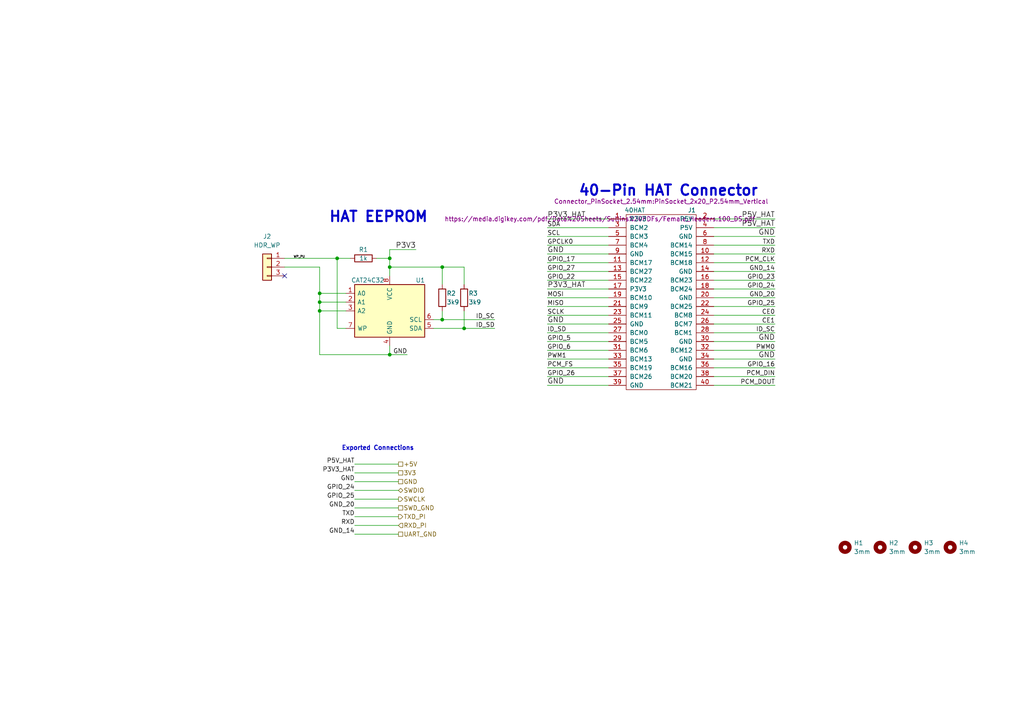
<source format=kicad_sch>
(kicad_sch (version 20211123) (generator eeschema)
  (paper "A4")
  (lib_symbols
    (symbol "Connector_Generic:Conn_01x03" (pin_names (offset 1.016) hide)
      (property "Reference" "J" (at 0 5.08 0))
      (property "Value" "Conn_01x03" (at 0 -5.08 0))
      (symbol "Conn_01x03_1_1"
        (rectangle (start -1.27 -2.413) (end 0 -2.667) (stroke (width 0.1524)))
        (rectangle (start -1.27 0.127) (end 0 -0.127) (stroke (width 0.1524)))
        (rectangle (start -1.27 2.667) (end 0 2.413) (stroke (width 0.1524)))
        (rectangle (start -1.27 3.81) (end 1.27 -3.81) (stroke (width 0.254)) (fill (type background)))
        (pin passive line (at -5.08 2.54 0) (length 3.81) (name "Pin_1") (number "1"))
        (pin passive line (at -5.08 0 0) (length 3.81) (name "Pin_2") (number "2"))
        (pin passive line (at -5.08 -2.54 0) (length 3.81) (name "Pin_3") (number "3"))
      )
    )
    (symbol "Device:R" (pin_numbers hide) (pin_names (offset 0))
      (property "Reference" "R" (at 2.032 0 90))
      (property "Value" "R" (at 0 0 90))
      (symbol "R_0_1"
        (rectangle (start -1.016 -2.54) (end 1.016 2.54) (stroke (width 0.254)))
      )
      (symbol "R_1_1"
        (pin passive line (at 0 3.81 270) (length 1.27) (name "~") (number "1"))
        (pin passive line (at 0 -3.81 90) (length 1.27) (name "~") (number "2"))
      )
    )
    (symbol "Mechanical:MountingHole" (pin_names (offset 1.016))
      (property "Reference" "H" (at 0 5.08 0))
      (property "Value" "MountingHole" (at 0 3.175 0))
      (symbol "MountingHole_0_1"
        (circle (center 0 0) (radius 1.27) (stroke (width 1.27)))
      )
    )
    (symbol "raspberrrypi_hat-rescue:OX40HAT" (pin_names (offset 1.016))
      (property "Reference" "J" (at 8.89 2.54 0))
      (property "Value" "OX40HAT" (at -7.62 2.54 0))
      (property "Footprint" "OX40_Module_Header" (at 0 5.08 0))
      (symbol "OX40HAT_0_1"
        (rectangle (start -10.16 1.27) (end 10.16 -49.53))
      )
      (symbol "OX40HAT_1_1"
        (pin bidirectional line (at -15.24 0 0) (length 5.08) (name "P3V3") (number "1"))
        (pin bidirectional line (at 15.24 -10.16 180) (length 5.08) (name "BCM15") (number "10"))
        (pin bidirectional line (at -15.24 -12.7 0) (length 5.08) (name "BCM17") (number "11"))
        (pin bidirectional line (at 15.24 -12.7 180) (length 5.08) (name "BCM18") (number "12"))
        (pin bidirectional line (at -15.24 -15.24 0) (length 5.08) (name "BCM27") (number "13"))
        (pin bidirectional line (at 15.24 -15.24 180) (length 5.08) (name "GND") (number "14"))
        (pin bidirectional line (at -15.24 -17.78 0) (length 5.08) (name "BCM22") (number "15"))
        (pin bidirectional line (at 15.24 -17.78 180) (length 5.08) (name "BCM23") (number "16"))
        (pin bidirectional line (at -15.24 -20.32 0) (length 5.08) (name "P3V3") (number "17"))
        (pin bidirectional line (at 15.24 -20.32 180) (length 5.08) (name "BCM24") (number "18"))
        (pin bidirectional line (at -15.24 -22.86 0) (length 5.08) (name "BCM10") (number "19"))
        (pin bidirectional line (at 15.24 0 180) (length 5.08) (name "P5V") (number "2"))
        (pin bidirectional line (at 15.24 -22.86 180) (length 5.08) (name "GND") (number "20"))
        (pin bidirectional line (at -15.24 -25.4 0) (length 5.08) (name "BCM9") (number "21"))
        (pin bidirectional line (at 15.24 -25.4 180) (length 5.08) (name "BCM25") (number "22"))
        (pin bidirectional line (at -15.24 -27.94 0) (length 5.08) (name "BCM11") (number "23"))
        (pin bidirectional line (at 15.24 -27.94 180) (length 5.08) (name "BCM8") (number "24"))
        (pin bidirectional line (at -15.24 -30.48 0) (length 5.08) (name "GND") (number "25"))
        (pin bidirectional line (at 15.24 -30.48 180) (length 5.08) (name "BCM7") (number "26"))
        (pin bidirectional line (at -15.24 -33.02 0) (length 5.08) (name "BCM0") (number "27"))
        (pin bidirectional line (at 15.24 -33.02 180) (length 5.08) (name "BCM1") (number "28"))
        (pin bidirectional line (at -15.24 -35.56 0) (length 5.08) (name "BCM5") (number "29"))
        (pin bidirectional line (at -15.24 -2.54 0) (length 5.08) (name "BCM2") (number "3"))
        (pin bidirectional line (at 15.24 -35.56 180) (length 5.08) (name "GND") (number "30"))
        (pin bidirectional line (at -15.24 -38.1 0) (length 5.08) (name "BCM6") (number "31"))
        (pin bidirectional line (at 15.24 -38.1 180) (length 5.08) (name "BCM12") (number "32"))
        (pin bidirectional line (at -15.24 -40.64 0) (length 5.08) (name "BCM13") (number "33"))
        (pin bidirectional line (at 15.24 -40.64 180) (length 5.08) (name "GND") (number "34"))
        (pin bidirectional line (at -15.24 -43.18 0) (length 5.08) (name "BCM19") (number "35"))
        (pin bidirectional line (at 15.24 -43.18 180) (length 5.08) (name "BCM16") (number "36"))
        (pin bidirectional line (at -15.24 -45.72 0) (length 5.08) (name "BCM26") (number "37"))
        (pin bidirectional line (at 15.24 -45.72 180) (length 5.08) (name "BCM20") (number "38"))
        (pin bidirectional line (at -15.24 -48.26 0) (length 5.08) (name "GND") (number "39"))
        (pin bidirectional line (at 15.24 -2.54 180) (length 5.08) (name "P5V") (number "4"))
        (pin bidirectional line (at 15.24 -48.26 180) (length 5.08) (name "BCM21") (number "40"))
        (pin bidirectional line (at -15.24 -5.08 0) (length 5.08) (name "BCM3") (number "5"))
        (pin bidirectional line (at 15.24 -5.08 180) (length 5.08) (name "GND") (number "6"))
        (pin bidirectional line (at -15.24 -7.62 0) (length 5.08) (name "BCM4") (number "7"))
        (pin bidirectional line (at 15.24 -7.62 180) (length 5.08) (name "BCM14") (number "8"))
        (pin bidirectional line (at -15.24 -10.16 0) (length 5.08) (name "GND") (number "9"))
      )
    )
    (symbol "raspberrypi_hat:CAT24C32" (pin_names (offset 0.762))
      (property "Reference" "U" (at -8.89 8.89 0))
      (property "Value" "CAT24C32" (at 6.35 8.89 0))
      (symbol "CAT24C32_0_0"
        (pin power_in line (at 0 -10.16 90) (length 2.54) (name "GND") (number "4"))
        (pin power_in line (at 0 10.16 270) (length 2.54) (name "VCC") (number "8"))
      )
      (symbol "CAT24C32_1_1"
        (rectangle (start -10.16 -7.62) (end 10.16 7.62) (stroke (width 0.254)) (fill (type background)))
        (pin input line (at -12.7 5.08 0) (length 2.54) (name "A0") (number "1"))
        (pin input line (at -12.7 2.54 0) (length 2.54) (name "A1") (number "2"))
        (pin input line (at -12.7 0 0) (length 2.54) (name "A2") (number "3"))
        (pin bidirectional line (at 12.7 -5.08 180) (length 2.54) (name "SDA") (number "5"))
        (pin input line (at 12.7 -2.54 180) (length 2.54) (name "SCL") (number "6"))
        (pin input line (at -12.7 -5.08 0) (length 2.54) (name "WP") (number "7"))
      )
    )
  )
  (junction (at 128.27 92.71))
  (junction (at 92.71 90.17))
  (junction (at 113.03 102.87))
  (junction (at 113.03 74.93))
  (junction (at 97.79 74.93))
  (junction (at 128.27 77.47))
  (junction (at 134.62 95.25))
  (junction (at 113.03 77.47))
  (junction (at 92.71 87.63))
  (junction (at 92.71 85.09))
  (no_connect (at 82.55 80.01))
  (wire (pts (xy 128.27 90.17) (xy 128.27 92.71)))
  (wire (pts (xy 176.53 83.82) (xy 158.75 83.82)))
  (wire (pts (xy 92.71 85.09) (xy 100.33 85.09)))
  (wire (pts (xy 102.87 147.32) (xy 115.57 147.32)))
  (wire (pts (xy 207.01 71.12) (xy 224.79 71.12)))
  (wire (pts (xy 176.53 66.04) (xy 158.75 66.04)))
  (wire (pts (xy 102.87 144.78) (xy 115.57 144.78)))
  (wire (pts (xy 176.53 68.58) (xy 158.75 68.58)))
  (wire (pts (xy 176.53 76.2) (xy 158.75 76.2)))
  (wire (pts (xy 102.87 139.7) (xy 115.57 139.7)))
  (wire (pts (xy 125.73 95.25) (xy 134.62 95.25)))
  (wire (pts (xy 176.53 101.6) (xy 158.75 101.6)))
  (wire (pts (xy 207.01 66.04) (xy 224.79 66.04)))
  (wire (pts (xy 176.53 86.36) (xy 158.75 86.36)))
  (wire (pts (xy 102.87 154.94) (xy 115.57 154.94)))
  (wire (pts (xy 92.71 90.17) (xy 92.71 102.87)))
  (wire (pts (xy 100.33 95.25) (xy 97.79 95.25)))
  (wire (pts (xy 82.55 77.47) (xy 92.71 77.47)))
  (wire (pts (xy 176.53 104.14) (xy 158.75 104.14)))
  (wire (pts (xy 224.79 81.28) (xy 207.01 81.28)))
  (wire (pts (xy 134.62 82.55) (xy 134.62 77.47)))
  (wire (pts (xy 113.03 77.47) (xy 113.03 80.01)))
  (wire (pts (xy 97.79 74.93) (xy 97.79 95.25)))
  (wire (pts (xy 102.87 137.16) (xy 115.57 137.16)))
  (wire (pts (xy 125.73 92.71) (xy 128.27 92.71)))
  (wire (pts (xy 109.22 74.93) (xy 113.03 74.93)))
  (wire (pts (xy 207.01 78.74) (xy 224.79 78.74)))
  (wire (pts (xy 176.53 111.76) (xy 158.75 111.76)))
  (wire (pts (xy 207.01 106.68) (xy 224.79 106.68)))
  (wire (pts (xy 92.71 85.09) (xy 92.71 87.63)))
  (wire (pts (xy 102.87 142.24) (xy 115.57 142.24)))
  (wire (pts (xy 207.01 76.2) (xy 224.79 76.2)))
  (wire (pts (xy 207.01 86.36) (xy 224.79 86.36)))
  (wire (pts (xy 134.62 90.17) (xy 134.62 95.25)))
  (wire (pts (xy 102.87 134.62) (xy 115.57 134.62)))
  (wire (pts (xy 176.53 96.52) (xy 158.75 96.52)))
  (wire (pts (xy 224.79 111.76) (xy 207.01 111.76)))
  (wire (pts (xy 92.71 87.63) (xy 92.71 90.17)))
  (wire (pts (xy 102.87 152.4) (xy 115.57 152.4)))
  (wire (pts (xy 207.01 63.5) (xy 224.79 63.5)))
  (wire (pts (xy 113.03 72.39) (xy 113.03 74.93)))
  (wire (pts (xy 207.01 68.58) (xy 224.79 68.58)))
  (wire (pts (xy 134.62 95.25) (xy 143.51 95.25)))
  (wire (pts (xy 207.01 99.06) (xy 224.79 99.06)))
  (wire (pts (xy 176.53 88.9) (xy 158.75 88.9)))
  (wire (pts (xy 224.79 83.82) (xy 207.01 83.82)))
  (wire (pts (xy 82.55 74.93) (xy 97.79 74.93)))
  (wire (pts (xy 224.79 73.66) (xy 207.01 73.66)))
  (wire (pts (xy 102.87 149.86) (xy 115.57 149.86)))
  (wire (pts (xy 176.53 106.68) (xy 158.75 106.68)))
  (wire (pts (xy 176.53 91.44) (xy 158.75 91.44)))
  (wire (pts (xy 92.71 102.87) (xy 113.03 102.87)))
  (wire (pts (xy 92.71 77.47) (xy 92.71 85.09)))
  (wire (pts (xy 128.27 77.47) (xy 113.03 77.47)))
  (wire (pts (xy 97.79 74.93) (xy 101.6 74.93)))
  (wire (pts (xy 113.03 100.33) (xy 113.03 102.87)))
  (wire (pts (xy 176.53 63.5) (xy 158.75 63.5)))
  (wire (pts (xy 92.71 90.17) (xy 100.33 90.17)))
  (wire (pts (xy 207.01 88.9) (xy 224.79 88.9)))
  (wire (pts (xy 176.53 81.28) (xy 158.75 81.28)))
  (wire (pts (xy 100.33 87.63) (xy 92.71 87.63)))
  (wire (pts (xy 207.01 96.52) (xy 224.79 96.52)))
  (wire (pts (xy 176.53 73.66) (xy 158.75 73.66)))
  (wire (pts (xy 134.62 77.47) (xy 128.27 77.47)))
  (wire (pts (xy 176.53 71.12) (xy 158.75 71.12)))
  (wire (pts (xy 176.53 78.74) (xy 158.75 78.74)))
  (wire (pts (xy 207.01 104.14) (xy 224.79 104.14)))
  (wire (pts (xy 113.03 102.87) (xy 118.11 102.87)))
  (wire (pts (xy 176.53 93.98) (xy 158.75 93.98)))
  (wire (pts (xy 207.01 91.44) (xy 224.79 91.44)))
  (wire (pts (xy 113.03 74.93) (xy 113.03 77.47)))
  (wire (pts (xy 128.27 92.71) (xy 143.51 92.71)))
  (wire (pts (xy 207.01 109.22) (xy 224.79 109.22)))
  (wire (pts (xy 176.53 109.22) (xy 158.75 109.22)))
  (wire (pts (xy 224.79 93.98) (xy 207.01 93.98)))
  (wire (pts (xy 128.27 77.47) (xy 128.27 82.55)))
  (wire (pts (xy 113.03 72.39) (xy 120.65 72.39)))
  (wire (pts (xy 224.79 101.6) (xy 207.01 101.6)))
  (wire (pts (xy 176.53 99.06) (xy 158.75 99.06)))
  (text "HAT EEPROM" (at 95.25 64.77 0) (effects (font (size 2.9972 2.9972) (thickness 0.5994) bold) (justify left bottom)))
  (text "40-Pin HAT Connector" (at 167.64 57.15 0) (effects (font (size 2.9972 2.9972) (thickness 0.5994) bold) (justify left bottom)))
  (text "Exported Connections" (at 99.06 130.81 0) (effects (font (size 1.27 1.27) (thickness 0.254) bold) (justify left bottom)))
  (label "MOSI" (at 158.75 86.36 0))
  (label "PCM_DOUT" (at 224.79 111.76 180))
  (label "GND" (at 224.79 68.58 180) (effects (font (size 1.524 1.524))))
  (label "TXD" (at 224.79 71.12 180))
  (label "RXD" (at 102.87 152.4 180))
  (label "GND_14" (at 102.87 154.94 180))
  (label "GND_20" (at 224.79 86.36 180))
  (label "CE1" (at 224.79 93.98 180))
  (label "GPIO_16" (at 224.79 106.68 180))
  (label "P3V3" (at 120.65 72.39 180) (effects (font (size 1.524 1.524))))
  (label "PCM_CLK" (at 224.79 76.2 180))
  (label "GPIO_22" (at 158.75 81.28 0))
  (label "GPIO_25" (at 224.79 88.9 180))
  (label "P3V3_HAT" (at 158.75 63.5 0) (effects (font (size 1.524 1.524))))
  (label "ID_SC" (at 143.51 92.71 180))
  (label "P3V3_HAT" (at 158.75 83.82 0) (effects (font (size 1.524 1.524))))
  (label "PCM_FS" (at 158.75 106.68 0))
  (label "GPIO_25" (at 102.87 144.78 180))
  (label "GPCLK0" (at 158.75 71.12 0))
  (label "SCL" (at 158.75 68.58 0))
  (label "GND" (at 102.87 139.7 180))
  (label "RXD" (at 224.79 73.66 180))
  (label "GND" (at 118.11 102.87 180))
  (label "SCLK" (at 158.75 91.44 0))
  (label "P5V_HAT" (at 224.79 63.5 180) (effects (font (size 1.524 1.524))))
  (label "GPIO_23" (at 224.79 81.28 180))
  (label "GND" (at 158.75 93.98 0) (effects (font (size 1.524 1.524))))
  (label "GND" (at 224.79 104.14 180) (effects (font (size 1.524 1.524))))
  (label "PWM1" (at 158.75 104.14 0))
  (label "GND_20" (at 102.87 147.32 180))
  (label "GPIO_27" (at 158.75 78.74 0))
  (label "TXD" (at 102.87 149.86 180))
  (label "GND" (at 224.79 99.06 180) (effects (font (size 1.524 1.524))))
  (label "P3V3_HAT" (at 102.87 137.16 180))
  (label "P5V_HAT" (at 224.79 66.04 180) (effects (font (size 1.524 1.524))))
  (label "ID_SD" (at 143.51 95.25 180))
  (label "WP_PU" (at 85.09 74.93 0) (effects (font (size 0.65 0.65))))
  (label "GND_14" (at 224.79 78.74 180))
  (label "GPIO_17" (at 158.75 76.2 0))
  (label "ID_SD" (at 158.75 96.52 0))
  (label "GPIO_24" (at 224.79 83.82 180))
  (label "CE0" (at 224.79 91.44 180))
  (label "PWM0" (at 224.79 101.6 180))
  (label "MISO" (at 158.75 88.9 0))
  (label "GPIO_26" (at 158.75 109.22 0))
  (label "P5V_HAT" (at 102.87 134.62 180))
  (label "GPIO_5" (at 158.75 99.06 0))
  (label "GND" (at 158.75 111.76 0) (effects (font (size 1.524 1.524))))
  (label "GPIO_6" (at 158.75 101.6 0))
  (label "GND" (at 158.75 73.66 0) (effects (font (size 1.524 1.524))))
  (label "GPIO_24" (at 102.87 142.24 180))
  (label "PCM_DIN" (at 224.79 109.22 180))
  (label "ID_SC" (at 224.79 96.52 180))
  (label "SDA" (at 158.75 66.04 0))
  (hierarchical_label "GND" (shape passive) (at 115.57 139.7 0))
  (hierarchical_label "SWD_GND" (shape passive) (at 115.57 147.32 0))
  (hierarchical_label "+5V" (shape passive) (at 115.57 134.62 0))
  (hierarchical_label "3V3" (shape passive) (at 115.57 137.16 0))
  (hierarchical_label "TXD_PI" (shape output) (at 115.57 149.86 0))
  (hierarchical_label "SWDIO" (shape bidirectional) (at 115.57 142.24 0))
  (hierarchical_label "SWCLK" (shape output) (at 115.57 144.78 0))
  (hierarchical_label "RXD_PI" (shape input) (at 115.57 152.4 0))
  (hierarchical_label "UART_GND" (shape passive) (at 115.57 154.94 0))
  (symbol (lib_id "Mechanical:MountingHole") (at 275.59 158.75 0) (unit 1) (in_bom no)
    (property "Reference" "H4" (at 278.13 157.4799 0) (effects (justify left)))
    (property "Value" "3mm" (at 278.13 160.0199 0) (effects (justify left)))
    (property "Footprint" "MountingHole:MountingHole_3mm" (effects hide))
  )
  (symbol (lib_id "Device:R") (at 105.41 74.93 90) (unit 1)
    (property "Reference" "R1" (at 105.41 72.39 90))
    (property "Value" "1k" (at 105.41 74.93 90))
    (property "Footprint" "Resistor_SMD:R_1206_3216Metric" (effects hide))
    (property "Manufacturer" "UNI-ROYAL(Uniroyal Elec)" (effects hide))
    (property "Manufacturer Part Number" "1206W4F1001T5" (effects hide))
    (property "Supplier Part Number" "C4410" (effects hide))
    (property "Supplier" "JLCPCB" (effects hide))
  )
  (symbol (lib_id "Device:R") (at 128.27 86.36 0) (unit 1)
    (property "Reference" "R2" (at 129.54 85.09 0) (effects (justify left)))
    (property "Value" "3k9" (at 129.54 87.63 0) (effects (justify left)))
    (property "Footprint" "Resistor_SMD:R_0805_2012Metric" (effects hide))
    (property "Datasheet" "https://datasheet.lcsc.com/lcsc/2206010200_UNI-ROYAL-Uniroyal-Elec-0805W8F3901T5E_C17614.pdf" (effects hide))
    (property "Manufacturer" "UNI-ROYAL(Uniroyal Elec)" (effects hide))
    (property "Manufacturer Part Number" "0805W8F3901T5E" (effects hide))
    (property "Supplier Part Number" "C17614" (effects hide))
    (property "Supplier" "JLCPCB" (effects hide))
  )
  (symbol (lib_id "Mechanical:MountingHole") (at 245.11 158.75 0) (unit 1) (in_bom no)
    (property "Reference" "H1" (at 247.65 157.4799 0) (effects (justify left)))
    (property "Value" "3mm" (at 247.65 160.0199 0) (effects (justify left)))
    (property "Footprint" "MountingHole:MountingHole_3mm" (effects hide))
  )
  (symbol (lib_id "raspberrrypi_hat-rescue:OX40HAT") (at 191.77 63.5 0) (unit 1)
    (property "Reference" "J1" (at 200.66 60.96 0))
    (property "Value" "40HAT" (at 184.15 60.96 0))
    (property "Footprint" "Connector_PinSocket_2.54mm:PinSocket_2x20_P2.54mm_Vertical" (at 191.77 58.42 0))
    (property "Datasheet" "https://media.digikey.com/pdf/Data%20Sheets/Sullins%20PDFs/Female_Headers.100_DS.pdf" (at 173.99 63.5 0))
    (property "Manufacturer" "Sullins Connector Solutions" (effects hide))
    (property "Manufacturer Part Number" "PPTC202LFBN-RC" (effects hide))
    (property "Supplier" "Digi-Key" (effects hide))
    (property "Supplier Part Number" "S6104-ND" (effects hide))
  )
  (symbol (lib_id "Device:R") (at 134.62 86.36 0) (unit 1)
    (property "Reference" "R3" (at 135.89 85.09 0) (effects (justify left)))
    (property "Value" "3k9" (at 135.89 87.63 0) (effects (justify left)))
    (property "Footprint" "Resistor_SMD:R_0805_2012Metric" (effects hide))
    (property "Datasheet" "https://datasheet.lcsc.com/lcsc/2206010200_UNI-ROYAL-Uniroyal-Elec-0805W8F3901T5E_C17614.pdf" (effects hide))
    (property "Manufacturer" "UNI-ROYAL(Uniroyal Elec)" (effects hide))
    (property "Manufacturer Part Number" "0805W8F3901T5E" (effects hide))
    (property "Supplier Part Number" "C17614" (effects hide))
    (property "Supplier" "JLCPCB" (effects hide))
  )
  (symbol (lib_id "Mechanical:MountingHole") (at 255.27 158.75 0) (unit 1) (in_bom no)
    (property "Reference" "H2" (at 257.81 157.4799 0) (effects (justify left)))
    (property "Value" "3mm" (at 257.81 160.0199 0) (effects (justify left)))
    (property "Footprint" "MountingHole:MountingHole_3mm" (effects hide))
  )
  (symbol (lib_id "Connector_Generic:Conn_01x03") (at 77.47 77.47 0) (mirror y) (unit 1)
    (property "Reference" "J2" (at 77.47 68.58 0))
    (property "Value" "HDR_WP" (at 77.47 71.12 0))
    (property "Footprint" "Connector_PinHeader_2.54mm:PinHeader_1x03_P2.54mm_Vertical" (effects hide))
    (property "Datasheet" "https://www.we-online.com/katalog/datasheet/6130xx11121.pdf" (effects hide))
    (property "Manufacturer" "Würth Elektronik" (effects hide))
    (property "Manufacturer Part Number" "61300311121" (effects hide))
    (property "Supplier" "Digi-Key" (effects hide))
    (property "Supplier Part Number" "732-5316-ND" (effects hide))
  )
  (symbol (lib_id "raspberrypi_hat:CAT24C32") (at 113.03 90.17 0) (unit 1)
    (property "Reference" "U1" (at 121.92 81.28 0))
    (property "Value" "CAT24C32" (at 106.68 81.28 0))
    (property "Footprint" "Package_SO:SOIC-8_3.9x4.9mm_P1.27mm" (effects hide))
    (property "Datasheet" "https://datasheet.lcsc.com/lcsc/1809291220_onsemi-CAT24C32WI-GT3_C81193.pdf" (effects hide))
    (property "Manufacturer" "onsemi" (effects hide))
    (property "Manufacturer Part Number" "CAT24C32WI-GT3" (effects hide))
    (property "Supplier" "JLCPCB" (effects hide))
    (property "Supplier Part Number" "C81193" (effects hide))
  )
  (symbol (lib_id "Mechanical:MountingHole") (at 265.43 158.75 0) (unit 1) (in_bom no)
    (property "Reference" "H3" (at 267.97 157.4799 0) (effects (justify left)))
    (property "Value" "3mm" (at 267.97 160.0199 0) (effects (justify left)))
    (property "Footprint" "MountingHole:MountingHole_3mm" (effects hide))
  )
)
</source>
